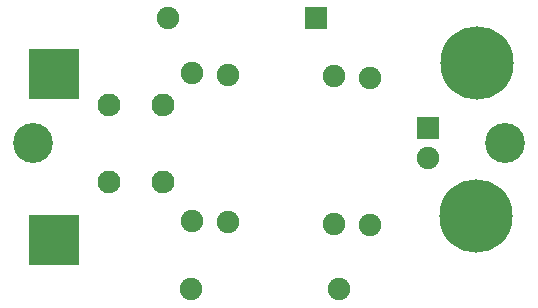
<source format=gbr>
G04 EAGLE Gerber RS-274X export*
G75*
%MOMM*%
%FSLAX34Y34*%
%LPD*%
%AMOC8*
5,1,8,0,0,1.08239X$1,22.5*%
G01*
%ADD10C,3.378200*%
%ADD11C,1.903200*%
%ADD12R,1.903200X1.903200*%
%ADD13R,4.203200X4.203200*%
%ADD14C,6.203200*%
%ADD15C,1.930400*%


D10*
X50000Y150000D03*
X450000Y150000D03*
D11*
X164600Y255900D03*
D12*
X289600Y255900D03*
X384900Y162700D03*
D11*
X384900Y137300D03*
D13*
X67800Y68400D03*
X67800Y208400D03*
D14*
X426300Y218100D03*
X424900Y88600D03*
D11*
X185200Y84300D03*
X185200Y209300D03*
X305200Y81900D03*
X305200Y206900D03*
X335600Y205700D03*
X335600Y80700D03*
X215600Y208100D03*
X215600Y83100D03*
X184300Y26400D03*
X309300Y26400D03*
D15*
X114900Y182500D03*
X159900Y182500D03*
X114900Y117500D03*
X159900Y117500D03*
M02*

</source>
